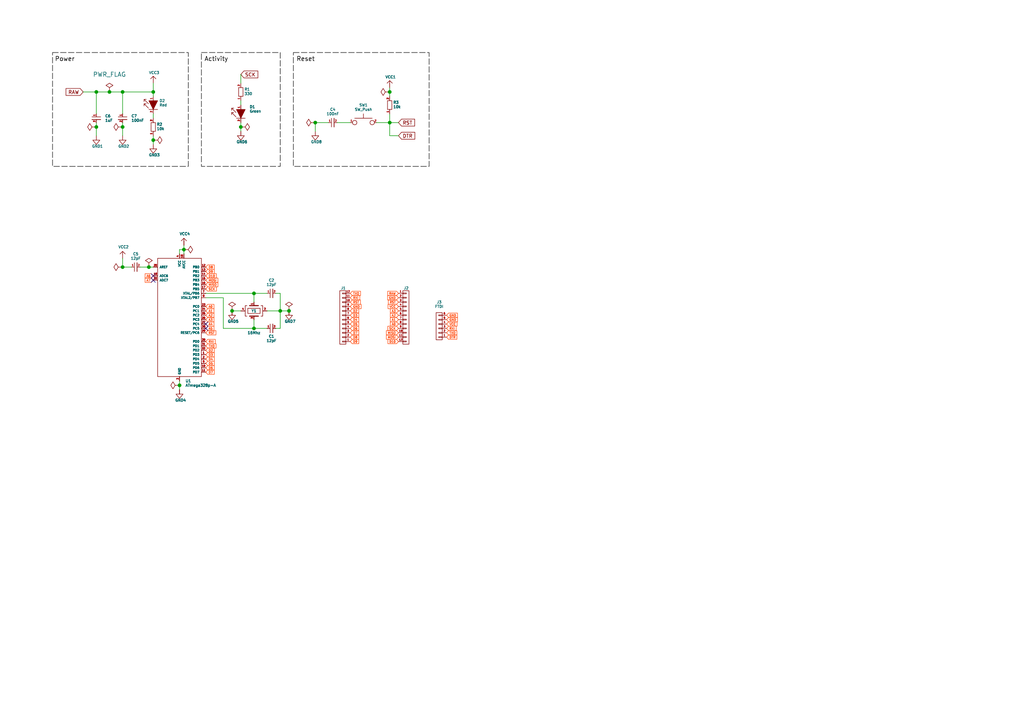
<source format=kicad_sch>
(kicad_sch (version 20250114) (generator "eeschema") (generator_version "9.0")
  (paper "A4")
  (lib_symbols
    (symbol "New_Library:4PIN_Crystal"
      (property "Reference" "Y" (at 0 0 0))
      (symbol "4PIN_Crystal_0_1"
        (polyline (pts (xy -2.032 1.524) (xy -2.54 1.524) (xy -2.54 -1.524) (xy -2.032 -1.524)))
        (rectangle (start -1.778 0.762) (end 1.778 -0.762))
      )
      (symbol "4PIN_Crystal_1_1"
        (polyline (pts (xy -1.27 1.524) (xy 1.27 1.524)) (stroke (width 0.3048)))
        (polyline (pts (xy -1.27 -1.524) (xy 1.27 -1.524)) (stroke (width 0.3048)))
        (polyline (pts (xy 2.032 1.524) (xy 2.54 1.524) (xy 2.54 -1.524) (xy 2.032 -1.524)))
        (pin passive line (at -3.81 0 0) (length 1.27) (name "") (number "4"))
        (pin passive line (at 0 2.54 270) (length 1.016) (name "") (number "1"))
        (pin passive line (at 0 -2.54 90) (length 1.016) (name "") (number "3"))
        (pin passive line (at 3.81 0 180) (length 1.27) (name "") (number "2"))
      )
    )
    (symbol "New_Library:ATmega328p"
      (property "Reference" "U" (at -1.016 -16.764 0))
      (symbol "ATmega328p_0_1"
        (rectangle (start -10.16 19.05) (end 2.54 -15.24))
      )
      (symbol "ATmega328p_1_1"
        (pin power_in line (at -11.43 16.51 0) (length 1.27) (name "AREF") (number "20"))
        (pin input line (at -11.43 13.97 0) (length 1.27) (name "ADC6") (number "19"))
        (pin input line (at -11.43 12.7 0) (length 1.27) (name "ADC7") (number "22"))
        (pin power_in line (at -3.81 20.32 270) (length 1.27) (name "VCC") (number "4"))
        (pin power_in line (at -3.81 -16.51 90) (length 1.27) (name "GND") (number "3"))
        (pin power_in line (at -2.54 20.32 270) (length 1.27) (name "AVCC") (number "18"))
        (pin bidirectional line (at 3.81 16.51 180) (length 1.27) (name "PB0") (number "12"))
        (pin bidirectional line (at 3.81 15.24 180) (length 1.27) (name "PB1") (number "13"))
        (pin bidirectional line (at 3.81 13.97 180) (length 1.27) (name "PB2") (number "14"))
        (pin bidirectional line (at 3.81 12.7 180) (length 1.27) (name "PB3") (number "15"))
        (pin bidirectional line (at 3.81 11.43 180) (length 1.27) (name "PB4") (number "16"))
        (pin bidirectional line (at 3.81 10.16 180) (length 1.27) (name "PB5") (number "17"))
        (pin bidirectional line (at 3.81 8.89 180) (length 1.27) (name "XTAL/PB6") (number "7"))
        (pin bidirectional line (at 3.81 7.62 180) (length 1.27) (name "XTAL2/PB7") (number "8"))
        (pin bidirectional line (at 3.81 5.08 180) (length 1.27) (name "PC0") (number "23"))
        (pin bidirectional line (at 3.81 3.81 180) (length 1.27) (name "PC1") (number "24"))
        (pin bidirectional line (at 3.81 2.54 180) (length 1.27) (name "PC2") (number "25"))
        (pin bidirectional line (at 3.81 1.27 180) (length 1.27) (name "PC3") (number "26"))
        (pin bidirectional line (at 3.81 0 180) (length 1.27) (name "PC4") (number "27"))
        (pin bidirectional line (at 3.81 -1.27 180) (length 1.27) (name "PC5") (number "28"))
        (pin bidirectional line (at 3.81 -2.54 180) (length 1.27) (name "RESET/PC6") (number "29"))
        (pin bidirectional line (at 3.81 -5.08 180) (length 1.27) (name "PD0") (number "30"))
        (pin bidirectional line (at 3.81 -6.35 180) (length 1.27) (name "PD1") (number "31"))
        (pin bidirectional line (at 3.81 -7.62 180) (length 1.27) (name "PD2") (number "32"))
        (pin bidirectional line (at 3.81 -8.89 180) (length 1.27) (name "PD3") (number "1"))
        (pin bidirectional line (at 3.81 -10.16 180) (length 1.27) (name "PD4") (number "2"))
        (pin bidirectional line (at 3.81 -11.43 180) (length 1.27) (name "PD5") (number "9"))
        (pin bidirectional line (at 3.81 -12.7 180) (length 1.27) (name "PD6") (number "10"))
        (pin bidirectional line (at 3.81 -13.97 180) (length 1.27) (name "PD7") (number "11"))
      )
    )
    (symbol "New_Library:Capacitor"
      (property "Reference" "C" (at 0 2.032 0))
      (symbol "Capacitor_0_1"
        (polyline (pts (xy -0.381 1.27) (xy -0.381 -1.27)))
      )
      (symbol "Capacitor_1_1"
        (polyline (pts (xy 0.381 1.27) (xy 0.381 -1.27)) (stroke (width 0.2032)))
        (pin passive line (at -1.27 0 0) (length 0.762) (name "") (number "1"))
        (pin passive line (at 1.27 0 180) (length 0.762) (name "") (number "2"))
      )
    )
    (symbol "New_Library:FTDI"
      (property "Reference" "J" (at 0.254 0.762 0))
      (property "Value" "FTDI" (at 0.254 -0.762 0))
      (symbol "FTDI_0_1"
        (rectangle (start -0.5079 -1.778) (end 1.27 -9.652))
        (rectangle (start 0.254 -2.4348) (end 1.2676 -2.6888))
        (rectangle (start 0.254 -3.7128) (end 1.268 -3.9668))
        (rectangle (start 0.254 -4.9769) (end 1.2716 -5.2309))
        (rectangle (start 0.254 -6.2269) (end 1.2216 -6.4809))
        (rectangle (start 0.254 -7.5049) (end 1.222 -7.7589))
        (rectangle (start 0.254 -8.769) (end 1.2256 -9.023))
      )
      (symbol "FTDI_1_1"
        (pin passive line (at 2.54 -2.54 180) (length 1.27) (name "") (number "6"))
        (pin passive line (at 2.54 -3.81 180) (length 1.27) (name "") (number "5"))
        (pin passive line (at 2.54 -5.08 180) (length 1.27) (name "") (number "4"))
        (pin passive line (at 2.54 -6.35 180) (length 1.27) (name "") (number "3"))
        (pin passive line (at 2.54 -7.62 180) (length 1.27) (name "") (number "2"))
        (pin passive line (at 2.54 -8.89 180) (length 1.27) (name "") (number "1"))
      )
    )
    (symbol "New_Library:GND"
      (property "Reference" "GND" (at 0 -2.286 0))
      (symbol "GND_0_1"
        (polyline (pts (xy 0 0) (xy -1.016 0) (xy 0 -1.27) (xy 1.016 0) (xy 0 0)))
      )
      (symbol "GND_1_1"
        (pin power_in line (at 0 1.27 270) (length 1.27) (name "") (number ""))
      )
    )
    (symbol "New_Library:J_port"
      (property "Reference" "J" (at 0.508 4.318 0))
      (symbol "J_port_0_1"
        (rectangle (start -0.5079 3.302) (end 1.27 -12.192))
        (rectangle (start 0.254 2.6464) (end 1.2664 2.3924))
        (rectangle (start 0.254 1.3684) (end 1.2668 1.1144))
        (rectangle (start 0.254 0.1043) (end 1.2704 -0.1497))
        (rectangle (start 0.254 -1.1457) (end 1.2204 -1.3997))
        (rectangle (start 0.254 -2.4237) (end 1.2208 -2.6777))
        (rectangle (start 0.254 -3.6878) (end 1.2244 -3.9418))
        (rectangle (start 0.254 -4.9748) (end 1.2676 -5.2288))
        (rectangle (start 0.254 -6.2528) (end 1.268 -6.5068))
        (rectangle (start 0.254 -7.5169) (end 1.2716 -7.7709))
        (rectangle (start 0.254 -8.7669) (end 1.2216 -9.0209))
        (rectangle (start 0.254 -10.0449) (end 1.222 -10.2989))
        (rectangle (start 0.254 -11.309) (end 1.2256 -11.563))
      )
      (symbol "J_port_1_1"
        (pin passive line (at 2.54 2.54 180) (length 1.27) (name "") (number "12"))
        (pin passive line (at 2.54 1.27 180) (length 1.27) (name "") (number "11"))
        (pin passive line (at 2.54 0 180) (length 1.27) (name "") (number "10"))
        (pin passive line (at 2.54 -1.27 180) (length 1.27) (name "") (number "9"))
        (pin passive line (at 2.54 -2.54 180) (length 1.27) (name "") (number "8"))
        (pin passive line (at 2.54 -3.81 180) (length 1.27) (name "") (number "7"))
        (pin passive line (at 2.54 -5.08 180) (length 1.27) (name "") (number "6"))
        (pin passive line (at 2.54 -6.35 180) (length 1.27) (name "") (number "5"))
        (pin passive line (at 2.54 -7.62 180) (length 1.27) (name "") (number "4"))
        (pin passive line (at 2.54 -8.89 180) (length 1.27) (name "") (number "3"))
        (pin passive line (at 2.54 -10.16 180) (length 1.27) (name "") (number "2"))
        (pin passive line (at 2.54 -11.43 180) (length 1.27) (name "") (number "1"))
      )
    )
    (symbol "New_Library:LED"
      (property "Reference" "D" (at 0 3.556 0))
      (symbol "LED_1_1"
        (polyline (pts (xy -0.381 -1.397) (xy -1.651 -2.667) (xy -1.651 -2.032) (xy -1.651 -2.667) (xy -1.016 -2.667)))
        (polyline (pts (xy -0.381 -2.667) (xy -0.381 -2.032) (xy -0.381 -2.667) (xy 0.254 -2.667) (xy -0.381 -2.667) (xy 0.889 -1.397)))
        (polyline (pts (xy 1.27 1.27) (xy 1.27 -1.27) (xy 1.27 0) (xy -1.27 1.27) (xy -1.27 -1.27) (xy 1.27 0)) (fill (type outline)))
        (pin passive line (at -2.54 0 0) (length 1.27) (name "") (number "1"))
        (pin passive line (at 2.54 0 180) (length 1.27) (name "") (number "2"))
      )
    )
    (symbol "New_Library:PushButton"
      (property "Reference" "SW" (at 0 4.064 0))
      (symbol "PushButton_0_1"
        (circle (center -2.54 0) (radius 0.635))
        (polyline (pts (xy 0 1.27) (xy -2.54 1.27) (xy 0 1.27) (xy 2.54 1.27) (xy 0 1.27) (xy 0 2.54)))
        (circle (center 2.54 0) (radius 0.635))
      )
      (symbol "PushButton_1_1"
        (pin passive line (at -3.81 0 0) (length 0.635) (name "") (number "1"))
        (pin passive line (at 3.81 0 180) (length 0.635) (name "") (number "2"))
      )
    )
    (symbol "New_Library:Resistor"
      (property "Reference" "R" (at 0 1.778 0))
      (symbol "Resistor_0_1"
        (rectangle (start -1.27 0.635) (end 1.27 -0.635))
      )
      (symbol "Resistor_1_1"
        (pin passive line (at -2.54 0 0) (length 1.27) (name "") (number "1"))
        (pin passive line (at 2.54 0 180) (length 1.27) (name "") (number "2"))
      )
    )
    (symbol "New_Library:VCC"
      (property "Reference" "VCC" (at 0 2.286 0))
      (symbol "VCC_0_1"
        (polyline (pts (xy -0.762 0) (xy 0 0.762) (xy 0 0) (xy 0 0.762) (xy 0.762 0)))
      )
      (symbol "VCC_1_1"
        (pin power_in line (at 0 -1.27 90) (length 1.27) (name "") (number ""))
      )
    )
    (symbol "power:PWR_FLAG" (power) (pin_numbers (hide yes)) (pin_names (offset 0) (hide yes))
      (property "Value" "PWR_FLAG" (at 0 3.81 0))
      (symbol "PWR_FLAG_0_0"
        (pin power_out line (at 0 0 90) (length 0) (name "~") (number "1"))
      )
      (symbol "PWR_FLAG_0_1"
        (polyline (pts (xy 0 0) (xy 0 1.27) (xy -1.016 1.905) (xy 0 2.54) (xy 1.016 1.905) (xy 0 1.27)))
      )
    )
  )
  (rectangle (start 15.24 15.24) (end 54.61 48.26) (stroke (width 0) (type dash) (color 17 17 17 0.51)))
  (rectangle (start 85.09 15.24) (end 124.46 48.26) (stroke (width 0) (type dash) (color 17 17 17 0.51)))
  (rectangle (start 58.42 15.24) (end 81.28 48.26) (stroke (width 0) (type dash) (color 17 17 17 0.51)))
  (text "Reset\n" (at 88.646 17.272 0) (effects (font (size 1.27 1.27))))
  (text "Power" (at 18.796 17.272 0) (effects (font (size 1.27 1.27))))
  (text "Activity\n" (at 62.738 17.272 0) (effects (font (size 1.27 1.27))))
  (junction (at 43.18 77.47))
  (junction (at 73.66 95.25))
  (junction (at 83.82 90.17))
  (junction (at 81.28 90.17))
  (junction (at 27.94 36.83))
  (junction (at 35.56 36.83))
  (junction (at 69.85 36.83))
  (junction (at 52.07 111.76))
  (junction (at 31.75 26.67))
  (junction (at 53.34 72.39))
  (junction (at 27.94 26.67))
  (junction (at 113.03 35.56))
  (junction (at 73.66 85.09))
  (junction (at 44.45 40.64))
  (junction (at 35.56 26.67))
  (junction (at 91.44 35.56))
  (junction (at 113.03 26.67))
  (junction (at 35.56 77.47))
  (junction (at 44.45 26.67))
  (junction (at 67.31 90.17))
  (no_connect (at 59.69 93.98))
  (no_connect (at 44.45 80.01))
  (no_connect (at 59.69 95.25))
  (no_connect (at 44.45 81.28))
  (wire (pts (xy 69.85 35.56) (xy 69.85 36.83)))
  (wire (pts (xy 73.66 85.09) (xy 73.66 87.63)))
  (wire (pts (xy 69.85 36.83) (xy 69.85 38.1)))
  (wire (pts (xy 52.07 72.39) (xy 52.07 73.66)))
  (wire (pts (xy 113.03 35.56) (xy 113.03 39.37)))
  (wire (pts (xy 64.77 86.36) (xy 64.77 95.25)))
  (wire (pts (xy 27.94 26.67) (xy 31.75 26.67)))
  (wire (pts (xy 59.69 85.09) (xy 73.66 85.09)))
  (wire (pts (xy 113.03 35.56) (xy 115.57 35.56)))
  (wire (pts (xy 69.85 21.59) (xy 69.85 24.13)))
  (wire (pts (xy 91.44 35.56) (xy 95.25 35.56)))
  (wire (pts (xy 81.28 85.09) (xy 81.28 90.17)))
  (wire (pts (xy 69.85 29.21) (xy 69.85 30.48)))
  (wire (pts (xy 59.69 86.36) (xy 64.77 86.36)))
  (wire (pts (xy 73.66 85.09) (xy 77.47 85.09)))
  (wire (pts (xy 35.56 35.56) (xy 35.56 36.83)))
  (wire (pts (xy 52.07 110.49) (xy 52.07 111.76)))
  (wire (pts (xy 113.03 26.67) (xy 113.03 27.94)))
  (wire (pts (xy 97.79 35.56) (xy 101.6 35.56)))
  (wire (pts (xy 35.56 77.47) (xy 38.1 77.47)))
  (wire (pts (xy 109.22 35.56) (xy 113.03 35.56)))
  (wire (pts (xy 24.13 26.67) (xy 27.94 26.67)))
  (wire (pts (xy 80.01 85.09) (xy 81.28 85.09)))
  (wire (pts (xy 81.28 90.17) (xy 83.82 90.17)))
  (wire (pts (xy 44.45 40.64) (xy 44.45 41.91)))
  (wire (pts (xy 27.94 35.56) (xy 27.94 36.83)))
  (wire (pts (xy 27.94 36.83) (xy 27.94 39.37)))
  (wire (pts (xy 35.56 26.67) (xy 35.56 33.02)))
  (wire (pts (xy 44.45 39.37) (xy 44.45 40.64)))
  (wire (pts (xy 77.47 90.17) (xy 81.28 90.17)))
  (wire (pts (xy 80.01 95.25) (xy 81.28 95.25)))
  (wire (pts (xy 73.66 95.25) (xy 77.47 95.25)))
  (wire (pts (xy 27.94 26.67) (xy 27.94 33.02)))
  (wire (pts (xy 44.45 27.94) (xy 44.45 26.67)))
  (wire (pts (xy 53.34 71.12) (xy 53.34 72.39)))
  (wire (pts (xy 67.31 90.17) (xy 69.85 90.17)))
  (wire (pts (xy 73.66 92.71) (xy 73.66 95.25)))
  (wire (pts (xy 64.77 95.25) (xy 73.66 95.25)))
  (wire (pts (xy 91.44 38.1) (xy 91.44 35.56)))
  (wire (pts (xy 40.64 77.47) (xy 43.18 77.47)))
  (wire (pts (xy 52.07 72.39) (xy 53.34 72.39)))
  (wire (pts (xy 43.18 77.47) (xy 44.45 77.47)))
  (wire (pts (xy 44.45 24.13) (xy 44.45 26.67)))
  (wire (pts (xy 81.28 90.17) (xy 81.28 95.25)))
  (wire (pts (xy 35.56 36.83) (xy 35.56 39.37)))
  (wire (pts (xy 31.75 26.67) (xy 35.56 26.67)))
  (wire (pts (xy 53.34 73.66) (xy 53.34 72.39)))
  (wire (pts (xy 113.03 25.4) (xy 113.03 26.67)))
  (wire (pts (xy 52.07 111.76) (xy 52.07 113.03)))
  (wire (pts (xy 115.57 39.37) (xy 113.03 39.37)))
  (wire (pts (xy 35.56 74.93) (xy 35.56 77.47)))
  (wire (pts (xy 44.45 33.02) (xy 44.45 34.29)))
  (wire (pts (xy 113.03 33.02) (xy 113.03 35.56)))
  (wire (pts (xy 35.56 26.67) (xy 44.45 26.67)))
  (global_label "RST" (shape input) (at 101.6 87.63 0) (effects (font (size 0.635 0.635))) (property "Intersheetrefs" "${INTERSHEET_REFS}" (effects (hide yes))))
  (global_label "TXO" (shape input) (at 101.6 85.09 0) (effects (font (size 0.635 0.635))) (property "Intersheetrefs" "${INTERSHEET_REFS}" (effects (hide yes))))
  (global_label "DTR" (shape input) (at 129.54 97.79 0) (effects (font (size 0.635 0.635))) (property "Intersheetrefs" "${INTERSHEET_REFS}" (effects (hide yes))))
  (global_label "A1" (shape input) (at 115.57 92.71 180) (effects (font (size 0.635 0.635))) (property "Intersheetrefs" "${INTERSHEET_REFS}" (effects (hide yes))))
  (global_label "TXO" (shape input) (at 59.69 100.33 0) (effects (font (size 0.635 0.635))) (property "Intersheetrefs" "${INTERSHEET_REFS}" (effects (hide yes))))
  (global_label "D4" (shape input) (at 101.6 92.71 0) (effects (font (size 0.635 0.635))) (property "Intersheetrefs" "${INTERSHEET_REFS}" (effects (hide yes))))
  (global_label "SCK" (shape input) (at 59.69 83.82 0) (effects (font (size 0.635 0.635))) (property "Intersheetrefs" "${INTERSHEET_REFS}" (effects (hide yes))))
  (global_label "RST" (shape input) (at 115.57 87.63 180) (effects (font (size 0.635 0.635))) (property "Intersheetrefs" "${INTERSHEET_REFS}" (effects (hide yes))))
  (global_label "RST" (shape input) (at 115.57 35.56 0) (effects (font (size 1.016 1.016))) (property "Intersheetrefs" "${INTERSHEET_REFS}" (effects (hide yes))))
  (global_label "D3" (shape input) (at 101.6 91.44 0) (effects (font (size 0.635 0.635))) (property "Intersheetrefs" "${INTERSHEET_REFS}" (effects (hide yes))))
  (global_label "D6" (shape input) (at 59.69 106.68 0) (effects (font (size 0.635 0.635))) (property "Intersheetrefs" "${INTERSHEET_REFS}" (effects (hide yes))))
  (global_label "D7" (shape input) (at 59.69 107.95 0) (effects (font (size 0.635 0.635))) (property "Intersheetrefs" "${INTERSHEET_REFS}" (effects (hide yes))))
  (global_label "RST" (shape input) (at 59.69 96.52 0) (effects (font (size 0.635 0.635))) (property "Intersheetrefs" "${INTERSHEET_REFS}" (effects (hide yes))))
  (global_label "A7" (shape input) (at 44.45 81.28 180) (effects (font (size 0.635 0.635))) (property "Intersheetrefs" "${INTERSHEET_REFS}" (effects (hide yes))))
  (global_label "A3" (shape input) (at 115.57 90.17 180) (effects (font (size 0.635 0.635))) (property "Intersheetrefs" "${INTERSHEET_REFS}" (effects (hide yes))))
  (global_label "RXI" (shape input) (at 129.54 95.25 0) (effects (font (size 0.635 0.635))) (property "Intersheetrefs" "${INTERSHEET_REFS}" (effects (hide yes))))
  (global_label "D10" (shape input) (at 115.57 99.06 180) (effects (font (size 0.635 0.635))) (property "Intersheetrefs" "${INTERSHEET_REFS}" (effects (hide yes))))
  (global_label "GND" (shape input) (at 115.57 86.36 180) (effects (font (size 0.635 0.635))) (property "Intersheetrefs" "${INTERSHEET_REFS}" (effects (hide yes))))
  (global_label "D2" (shape input) (at 101.6 90.17 0) (effects (font (size 0.635 0.635))) (property "Intersheetrefs" "${INTERSHEET_REFS}" (effects (hide yes))))
  (global_label "VCC" (shape input) (at 129.54 93.98 0) (effects (font (size 0.635 0.635))) (property "Intersheetrefs" "${INTERSHEET_REFS}" (effects (hide yes))))
  (global_label "D5" (shape input) (at 59.69 105.41 0) (effects (font (size 0.635 0.635))) (property "Intersheetrefs" "${INTERSHEET_REFS}" (effects (hide yes))))
  (global_label "VCC" (shape input) (at 115.57 88.9 180) (effects (font (size 0.635 0.635))) (property "Intersheetrefs" "${INTERSHEET_REFS}" (effects (hide yes))))
  (global_label "TXO" (shape input) (at 129.54 96.52 0) (effects (font (size 0.635 0.635))) (property "Intersheetrefs" "${INTERSHEET_REFS}" (effects (hide yes))))
  (global_label "A1" (shape input) (at 59.69 90.17 0) (effects (font (size 0.635 0.635))) (property "Intersheetrefs" "${INTERSHEET_REFS}" (effects (hide yes))))
  (global_label "MOSI" (shape input) (at 115.57 97.79 180) (effects (font (size 0.635 0.635))) (property "Intersheetrefs" "${INTERSHEET_REFS}" (effects (hide yes))))
  (global_label "RXI" (shape input) (at 101.6 86.36 0) (effects (font (size 0.635 0.635))) (property "Intersheetrefs" "${INTERSHEET_REFS}" (effects (hide yes))))
  (global_label "A6" (shape input) (at 44.45 80.01 180) (effects (font (size 0.635 0.635))) (property "Intersheetrefs" "${INTERSHEET_REFS}" (effects (hide yes))))
  (global_label "D10" (shape input) (at 59.69 80.01 0) (effects (font (size 0.635 0.635))) (property "Intersheetrefs" "${INTERSHEET_REFS}" (effects (hide yes))))
  (global_label "DTR" (shape input) (at 115.57 39.37 0) (effects (font (size 1.016 1.016))) (property "Intersheetrefs" "${INTERSHEET_REFS}" (effects (hide yes))))
  (global_label "RAW" (shape input) (at 115.57 85.09 180) (effects (font (size 0.635 0.635))) (property "Intersheetrefs" "${INTERSHEET_REFS}" (effects (hide yes))))
  (global_label "D9" (shape input) (at 59.69 78.74 0) (effects (font (size 0.635 0.635))) (property "Intersheetrefs" "${INTERSHEET_REFS}" (effects (hide yes))))
  (global_label "SCK" (shape input) (at 69.85 21.59 0) (effects (font (size 1.016 1.016))) (property "Intersheetrefs" "${INTERSHEET_REFS}" (effects (hide yes))))
  (global_label "A5" (shape input) (at 59.69 95.25 0) (effects (font (size 0.635 0.635))) (property "Intersheetrefs" "${INTERSHEET_REFS}" (effects (hide yes))))
  (global_label "MISO" (shape input) (at 115.57 96.52 180) (effects (font (size 0.635 0.635))) (property "Intersheetrefs" "${INTERSHEET_REFS}" (effects (hide yes))))
  (global_label "D5" (shape input) (at 101.6 93.98 0) (effects (font (size 0.635 0.635))) (property "Intersheetrefs" "${INTERSHEET_REFS}" (effects (hide yes))))
  (global_label "GND" (shape input) (at 101.6 88.9 0) (effects (font (size 0.635 0.635))) (property "Intersheetrefs" "${INTERSHEET_REFS}" (effects (hide yes))))
  (global_label "A2" (shape input) (at 115.57 91.44 180) (effects (font (size 0.635 0.635))) (property "Intersheetrefs" "${INTERSHEET_REFS}" (effects (hide yes))))
  (global_label "D6" (shape input) (at 101.6 95.25 0) (effects (font (size 0.635 0.635))) (property "Intersheetrefs" "${INTERSHEET_REFS}" (effects (hide yes))))
  (global_label "GND" (shape input) (at 129.54 91.44 0) (effects (font (size 0.635 0.635))) (property "Intersheetrefs" "${INTERSHEET_REFS}" (effects (hide yes))))
  (global_label "RAW" (shape input) (at 24.13 26.67 180) (effects (font (size 1.016 1.016))) (property "Intersheetrefs" "${INTERSHEET_REFS}" (effects (hide yes))))
  (global_label "A3" (shape input) (at 59.69 92.71 0) (effects (font (size 0.635 0.635))) (property "Intersheetrefs" "${INTERSHEET_REFS}" (effects (hide yes))))
  (global_label "MISO" (shape input) (at 59.69 82.55 0) (effects (font (size 0.635 0.635))) (property "Intersheetrefs" "${INTERSHEET_REFS}" (effects (hide yes))))
  (global_label "D9" (shape input) (at 101.6 99.06 0) (effects (font (size 0.635 0.635))) (property "Intersheetrefs" "${INTERSHEET_REFS}" (effects (hide yes))))
  (global_label "A4" (shape input) (at 59.69 93.98 0) (effects (font (size 0.635 0.635))) (property "Intersheetrefs" "${INTERSHEET_REFS}" (effects (hide yes))))
  (global_label "GND" (shape input) (at 129.54 92.71 0) (effects (font (size 0.635 0.635))) (property "Intersheetrefs" "${INTERSHEET_REFS}" (effects (hide yes))))
  (global_label "SCK" (shape input) (at 115.57 95.25 180) (effects (font (size 0.635 0.635))) (property "Intersheetrefs" "${INTERSHEET_REFS}" (effects (hide yes))))
  (global_label "D8" (shape input) (at 59.69 77.47 0) (effects (font (size 0.635 0.635))) (property "Intersheetrefs" "${INTERSHEET_REFS}" (effects (hide yes))))
  (global_label "D8" (shape input) (at 101.6 97.79 0) (effects (font (size 0.635 0.635))) (property "Intersheetrefs" "${INTERSHEET_REFS}" (effects (hide yes))))
  (global_label "RXI" (shape input) (at 59.69 99.06 0) (effects (font (size 0.635 0.635))) (property "Intersheetrefs" "${INTERSHEET_REFS}" (effects (hide yes))))
  (global_label "D3" (shape input) (at 59.69 102.87 0) (effects (font (size 0.635 0.635))) (property "Intersheetrefs" "${INTERSHEET_REFS}" (effects (hide yes))))
  (global_label "D4" (shape input) (at 59.69 104.14 0) (effects (font (size 0.635 0.635))) (property "Intersheetrefs" "${INTERSHEET_REFS}" (effects (hide yes))))
  (global_label "A2" (shape input) (at 59.69 91.44 0) (effects (font (size 0.635 0.635))) (property "Intersheetrefs" "${INTERSHEET_REFS}" (effects (hide yes))))
  (global_label "D7" (shape input) (at 101.6 96.52 0) (effects (font (size 0.635 0.635))) (property "Intersheetrefs" "${INTERSHEET_REFS}" (effects (hide yes))))
  (global_label "A0" (shape input) (at 59.69 88.9 0) (effects (font (size 0.635 0.635))) (property "Intersheetrefs" "${INTERSHEET_REFS}" (effects (hide yes))))
  (global_label "A0" (shape input) (at 115.57 93.98 180) (effects (font (size 0.635 0.635))) (property "Intersheetrefs" "${INTERSHEET_REFS}" (effects (hide yes))))
  (global_label "D2" (shape input) (at 59.69 101.6 0) (effects (font (size 0.635 0.635))) (property "Intersheetrefs" "${INTERSHEET_REFS}" (effects (hide yes))))
  (global_label "MOSI" (shape input) (at 59.69 81.28 0) (effects (font (size 0.635 0.635))) (property "Intersheetrefs" "${INTERSHEET_REFS}" (effects (hide yes))))
  (symbol (lib_id "New_Library:Resistor") (at 69.85 26.67 90) (unit 1)
    (property "Reference" "R1" (at 70.866 25.908 90) (effects (font (size 0.762 0.762)) (justify right)))
    (property "Value" "330" (at 70.866 27.178 90) (effects (font (size 0.762 0.762)) (justify right)))
  )
  (symbol (lib_id "power:PWR_FLAG") (at 53.34 72.39 270) (unit 1)
    (property "Reference" "#FLG011" (effects (hide yes)))
    (property "Value" "PWR_FLAG" (effects (hide yes)))
    (property "Description" "Special symbol for telling ERC where power comes from" (effects (hide yes)))
  )
  (symbol (lib_id "New_Library:LED") (at 69.85 33.02 270) (unit 1)
    (property "Reference" "D1" (at 72.39 30.988 90) (effects (font (size 0.762 0.762)) (justify left)))
    (property "Value" "Green" (at 72.39 32.258 90) (effects (font (size 0.762 0.762)) (justify left)))
  )
  (symbol (lib_id "New_Library:Resistor") (at 44.45 36.83 90) (unit 1)
    (property "Reference" "R2" (at 45.466 36.068 90) (effects (font (size 0.762 0.762)) (justify right)))
    (property "Value" "10k" (at 45.466 37.338 90) (effects (font (size 0.762 0.762)) (justify right)))
  )
  (symbol (lib_id "power:PWR_FLAG") (at 43.18 77.47 0) (unit 1)
    (property "Reference" "#FLG013" (effects (hide yes)))
    (property "Value" "PWR_FLAG" (effects (hide yes)))
    (property "Description" "Special symbol for telling ERC where power comes from" (effects (hide yes)))
  )
  (symbol (lib_id "New_Library:J_port") (at 99.06 87.63 0) (unit 1)
    (property "Reference" "J1" (at 99.568 83.566 0) (effects (font (size 0.762 0.762))))
  )
  (symbol (lib_id "New_Library:Capacitor") (at 39.37 77.47 0) (unit 1)
    (property "Reference" "C5" (at 39.37 73.66 0) (effects (font (size 0.762 0.762))))
    (property "Value" "12pF" (at 39.37 74.93 0) (effects (font (size 0.762 0.762))))
  )
  (symbol (lib_id "New_Library:LED") (at 44.45 30.48 270) (unit 1)
    (property "Reference" "D2" (at 46.228 29.21 90) (effects (font (size 0.762 0.762)) (justify left)))
    (property "Value" "Red" (at 46.228 30.48 90) (effects (font (size 0.762 0.762)) (justify left)))
  )
  (symbol (lib_id "New_Library:4PIN_Crystal") (at 73.66 90.17 0) (unit 1)
    (property "Reference" "Y1" (at 73.66 90.17 0) (effects (font (size 0.762 0.762))))
    (property "Value" "16Mhz" (at 73.66 96.52 0) (effects (font (size 0.762 0.762))))
  )
  (symbol (lib_id "power:PWR_FLAG") (at 67.31 90.17 0) (unit 1)
    (property "Reference" "#FLG09" (effects (hide yes)))
    (property "Value" "PWR_FLAG" (effects (hide yes)))
    (property "Description" "Special symbol for telling ERC where power comes from" (effects (hide yes)))
  )
  (symbol (lib_id "New_Library:GND") (at 44.45 43.18 0) (unit 1)
    (property "Reference" "GND3" (at 43.18 44.958 0) (effects (font (size 0.762 0.762)) (justify left)))
  )
  (symbol (lib_id "New_Library:Capacitor") (at 27.94 34.29 270) (unit 1)
    (property "Reference" "C6" (at 30.48 33.655 90) (effects (font (size 0.762 0.762)) (justify left)))
    (property "Value" "1uF" (at 30.48 34.925 90) (effects (font (size 0.762 0.762)) (justify left)))
  )
  (symbol (lib_id "New_Library:Capacitor") (at 78.74 85.09 0) (unit 1)
    (property "Reference" "C2" (at 78.74 81.28 0) (effects (font (size 0.762 0.762))))
    (property "Value" "12pF" (at 78.74 82.55 0) (effects (font (size 0.762 0.762))))
  )
  (symbol (lib_id "New_Library:Capacitor") (at 78.74 95.25 0) (unit 1)
    (property "Reference" "C1" (at 78.74 97.536 0) (effects (font (size 0.762 0.762))))
    (property "Value" "12pF" (at 78.74 98.806 0) (effects (font (size 0.762 0.762))))
  )
  (symbol (lib_id "power:PWR_FLAG") (at 44.45 40.64 270) (unit 1)
    (property "Reference" "#FLG06" (effects (hide yes)))
    (property "Value" "PWR_FLAG" (effects (hide yes)))
    (property "Description" "Special symbol for telling ERC where power comes from" (effects (hide yes)))
  )
  (symbol (lib_id "power:PWR_FLAG") (at 113.03 26.67 90) (unit 1)
    (property "Reference" "#FLG04" (effects (hide yes)))
    (property "Value" "PWR_FLAG" (effects (hide yes)))
    (property "Description" "Special symbol for telling ERC where power comes from" (effects (hide yes)))
  )
  (symbol (lib_id "New_Library:VCC") (at 35.56 73.66 0) (unit 1)
    (property "Reference" "VCC2" (at 34.29 71.628 0) (effects (font (size 0.762 0.762)) (justify left)))
  )
  (symbol (lib_id "New_Library:GND") (at 52.07 114.3 0) (unit 1)
    (property "Reference" "GND4" (at 50.8 116.078 0) (effects (font (size 0.762 0.762)) (justify left)))
  )
  (symbol (lib_id "power:PWR_FLAG") (at 35.56 77.47 90) (unit 1)
    (property "Reference" "#FLG012" (effects (hide yes)))
    (property "Value" "PWR_FLAG" (effects (hide yes)))
    (property "Description" "Special symbol for telling ERC where power comes from" (effects (hide yes)))
  )
  (symbol (lib_id "power:PWR_FLAG") (at 27.94 36.83 90) (unit 1)
    (property "Reference" "#FLG02" (effects (hide yes)))
    (property "Value" "PWR_FLAG" (at 24.13 36.83 90) (effects (font (size 0.001 0.001)) (justify left)))
    (property "Description" "Special symbol for telling ERC where power comes from" (effects (hide yes)))
  )
  (symbol (lib_id "power:PWR_FLAG") (at 91.44 35.56 90) (unit 1)
    (property "Reference" "#FLG05" (effects (hide yes)))
    (property "Value" "PWR_FLAG" (effects (hide yes)))
    (property "Description" "Special symbol for telling ERC where power comes from" (effects (hide yes)))
  )
  (symbol (lib_id "New_Library:J_port") (at 118.11 96.52 180) (unit 1)
    (property "Reference" "J2" (at 117.094 83.566 0) (effects (font (size 0.762 0.762)) (justify right)))
  )
  (symbol (lib_id "New_Library:GND") (at 83.82 91.44 0) (unit 1)
    (property "Reference" "GND7" (at 82.55 93.218 0) (effects (font (size 0.762 0.762)) (justify left)))
  )
  (symbol (lib_id "New_Library:VCC") (at 113.03 24.13 0) (unit 1)
    (property "Reference" "VCC1" (at 111.76 22.352 0) (effects (font (size 0.762 0.762)) (justify left)))
  )
  (symbol (lib_id "New_Library:Capacitor") (at 35.56 34.29 270) (unit 1)
    (property "Reference" "C7" (at 38.1 33.655 90) (effects (font (size 0.762 0.762)) (justify left)))
    (property "Value" "100nF" (at 38.1 34.925 90) (effects (font (size 0.762 0.762)) (justify left)))
  )
  (symbol (lib_id "New_Library:GND") (at 35.56 40.64 0) (unit 1)
    (property "Reference" "GND2" (at 34.29 42.418 0) (effects (font (size 0.762 0.762)) (justify left)))
  )
  (symbol (lib_id "New_Library:PushButton") (at 105.41 35.56 0) (unit 1)
    (property "Reference" "SW1" (at 105.41 30.48 0) (effects (font (size 0.762 0.762))))
    (property "Value" "SW_Push" (at 105.41 31.75 0) (effects (font (size 0.762 0.762))))
  )
  (symbol (lib_id "power:PWR_FLAG") (at 83.82 90.17 0) (unit 1)
    (property "Reference" "#FLG010" (effects (hide yes)))
    (property "Value" "PWR_FLAG" (effects (hide yes)))
    (property "Description" "Special symbol for telling ERC where power comes from" (effects (hide yes)))
  )
  (symbol (lib_id "New_Library:GND") (at 91.44 39.37 0) (unit 1)
    (property "Reference" "GND8" (at 90.17 41.148 0) (effects (font (size 0.762 0.762)) (justify left)))
  )
  (symbol (lib_id "power:PWR_FLAG") (at 52.07 111.76 90) (unit 1)
    (property "Reference" "#FLG08" (effects (hide yes)))
    (property "Value" "PWR_FLAG" (effects (hide yes)))
    (property "Description" "Special symbol for telling ERC where power comes from" (effects (hide yes)))
  )
  (symbol (lib_id "New_Library:ATmega328p") (at 55.88 93.98 0) (unit 1)
    (property "Reference" "U1" (at 53.7767 110.49 0) (effects (font (size 0.762 0.762)) (justify left)))
    (property "Value" "ATmega328p-A" (at 53.7767 111.76 0) (effects (font (size 0.762 0.762)) (justify left)))
  )
  (symbol (lib_id "New_Library:FTDI") (at 127 88.9 0) (unit 1)
    (property "Reference" "J3" (at 127.3818 87.63 0) (effects (font (size 0.762 0.762))))
    (property "Value" "FTDI" (at 127.3818 88.9 0) (effects (font (size 0.762 0.762))))
  )
  (symbol (lib_id "New_Library:VCC") (at 44.45 22.86 0) (unit 1)
    (property "Reference" "VCC3" (at 43.18 21.082 0) (effects (font (size 0.762 0.762)) (justify left)))
  )
  (symbol (lib_id "New_Library:Capacitor") (at 96.52 35.56 0) (unit 1)
    (property "Reference" "C4" (at 96.52 31.75 0) (effects (font (size 0.762 0.762))))
    (property "Value" "100nF" (at 96.52 33.02 0) (effects (font (size 0.762 0.762))))
  )
  (symbol (lib_id "power:PWR_FLAG") (at 69.85 36.83 270) (unit 1)
    (property "Reference" "#FLG07" (effects (hide yes)))
    (property "Value" "PWR_FLAG" (effects (hide yes)))
    (property "Description" "Special symbol for telling ERC where power comes from" (effects (hide yes)))
  )
  (symbol (lib_id "New_Library:Resistor") (at 113.03 30.48 90) (unit 1)
    (property "Reference" "R3" (at 114.046 29.718 90) (effects (font (size 0.762 0.762)) (justify right)))
    (property "Value" "10k" (at 114.046 30.988 90) (effects (font (size 0.762 0.762)) (justify right)))
  )
  (symbol (lib_id "power:PWR_FLAG") (at 31.75 26.67 0) (unit 1)
    (property "Reference" "#FLG01" (effects (hide yes)))
    (property "Value" "PWR_FLAG" (at 31.75 21.59 0))
    (property "Description" "Special symbol for telling ERC where power comes from" (effects (hide yes)))
  )
  (symbol (lib_id "New_Library:GND") (at 27.94 40.64 0) (unit 1)
    (property "Reference" "GND1" (at 26.67 42.418 0) (effects (font (size 0.762 0.762)) (justify left)))
  )
  (symbol (lib_id "New_Library:VCC") (at 53.34 69.85 0) (unit 1)
    (property "Reference" "VCC4" (at 52.07 67.818 0) (effects (font (size 0.762 0.762)) (justify left)))
  )
  (symbol (lib_id "New_Library:GND") (at 67.31 91.44 0) (unit 1)
    (property "Reference" "GND5" (at 66.04 93.218 0) (effects (font (size 0.762 0.762)) (justify left)))
  )
  (symbol (lib_id "New_Library:GND") (at 69.85 39.37 0) (unit 1)
    (property "Reference" "GND6" (at 68.58 41.148 0) (effects (font (size 0.762 0.762)) (justify left)))
  )
  (symbol (lib_id "power:PWR_FLAG") (at 35.56 36.83 90) (unit 1)
    (property "Reference" "#FLG03" (effects (hide yes)))
    (property "Value" "PWR_FLAG" (at 31.75 36.83 90) (effects (font (size 0.001 0.001)) (justify left)))
    (property "Description" "Special symbol for telling ERC where power comes from" (effects (hide yes)))
  )
)
</source>
